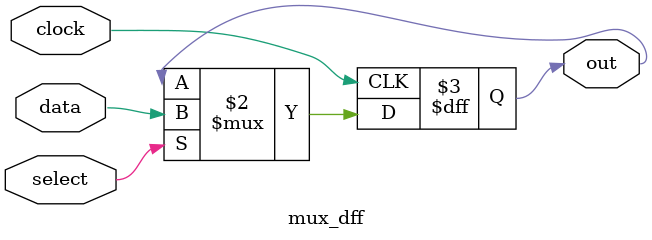
<source format=v>
module mux_dff(
    input wire clock,
    input wire data,
    input wire select,
    output reg out
);
    always @(posedge clock) begin
        out <= select ? data : out;
    end
endmodule

</source>
